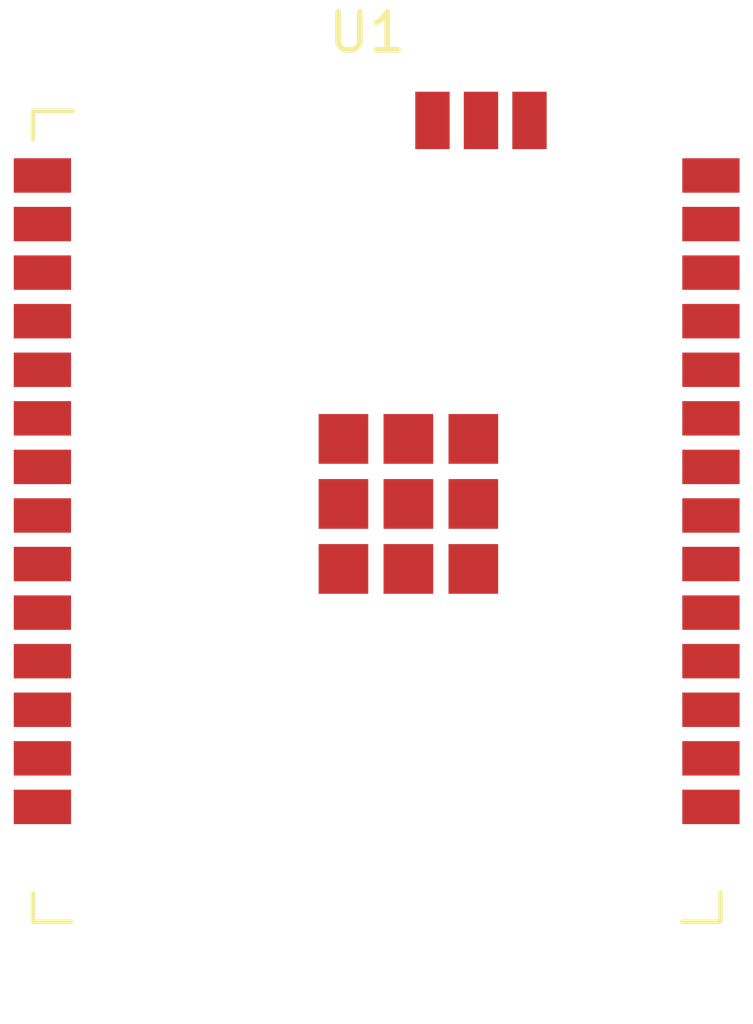
<source format=kicad_pcb>
(kicad_pcb (version 20241229) (generator "pcbnew") (generator_version "9.0")
  (layers (0 "F.Cu" signal) (2 "B.Cu" signal) (13 "F.Paste" user) (15 "B.Paste" user) (5 "F.SilkS" user "F.Silkscreen") (7 "B.SilkS" user "B.Silkscreen") (1 "F.Mask" user) (3 "B.Mask" user) (25 "Edge.Cuts" user))
  (net 0 "")
  (net 1 "Net-(U1-GND-Pad1)")
  (footprint "PCM_Espressif:ESP32-C5-WROOM-1U" (layer "F.Cu") (at 148.5 99.4)
    (property "Reference" "U1" (at 0 -12.65 0) (layer "F.SilkS"))
    (property "Value" "ESP32-C5-WROOM-1U")
    (fp_line (start -8.75 -10.6) (end -8.75 -9.85) (stroke (width 0.12)) (layer "F.SilkS"))
    (fp_line (start -8.75 9.85) (end -8.75 10.6) (stroke (width 0.12)) (layer "F.SilkS"))
    (fp_line (start -8.75 10.6) (end -7.75 10.6) (stroke (width 0.12)) (layer "F.SilkS"))
    (fp_line (start -7.7 -10.6) (end -8.75 -10.6) (stroke (width 0.12)) (layer "F.SilkS"))
    (fp_line (start 9.25 9.825) (end 9.25 10.6) (stroke (width 0.12)) (layer "F.SilkS"))
    (fp_line (start 9.25 10.6) (end 8.25 10.6) (stroke (width 0.12)) (layer "F.SilkS"))
    (pad "1" smd rect (at -8.5 -8.91) (size 1.5 0.9) (layers "F.Cu" "F.Mask" "F.Paste") (net 1 "Net-(U1-GND-Pad1)"))
    (pad "2" smd rect (at -8.5 -7.64) (size 1.5 0.9) (layers "F.Cu" "F.Mask" "F.Paste"))
    (pad "3" smd rect (at -8.5 -6.37) (size 1.5 0.9) (layers "F.Cu" "F.Mask" "F.Paste"))
    (pad "4" smd rect (at -8.5 -5.1) (size 1.5 0.9) (layers "F.Cu" "F.Mask" "F.Paste"))
    (pad "5" smd rect (at -8.5 -3.83) (size 1.5 0.9) (layers "F.Cu" "F.Mask" "F.Paste"))
    (pad "6" smd rect (at -8.5 -2.56) (size 1.5 0.9) (layers "F.Cu" "F.Mask" "F.Paste"))
    (pad "7" smd rect (at -8.5 -1.29) (size 1.5 0.9) (layers "F.Cu" "F.Mask" "F.Paste"))
    (pad "8" smd rect (at -8.5 -0.02) (size 1.5 0.9) (layers "F.Cu" "F.Mask" "F.Paste"))
    (pad "9" smd rect (at -8.5 1.25) (size 1.5 0.9) (layers "F.Cu" "F.Mask" "F.Paste"))
    (pad "10" smd rect (at -8.5 2.52) (size 1.5 0.9) (layers "F.Cu" "F.Mask" "F.Paste"))
    (pad "11" smd rect (at -8.5 3.79) (size 1.5 0.9) (layers "F.Cu" "F.Mask" "F.Paste"))
    (pad "12" smd rect (at -8.5 5.06) (size 1.5 0.9) (layers "F.Cu" "F.Mask" "F.Paste"))
    (pad "13" smd rect (at -8.5 6.33) (size 1.5 0.9) (layers "F.Cu" "F.Mask" "F.Paste"))
    (pad "14" smd rect (at -8.5 7.6) (size 1.5 0.9) (layers "F.Cu" "F.Mask" "F.Paste"))
    (pad "15" smd rect (at 9 7.6 180) (size 1.5 0.9) (layers "F.Cu" "F.Mask" "F.Paste"))
    (pad "16" smd rect (at 9 6.33 180) (size 1.5 0.9) (layers "F.Cu" "F.Mask" "F.Paste"))
    (pad "17" smd rect (at 9 5.06 180) (size 1.5 0.9) (layers "F.Cu" "F.Mask" "F.Paste"))
    (pad "18" smd rect (at 9 3.79 180) (size 1.5 0.9) (layers "F.Cu" "F.Mask" "F.Paste"))
    (pad "19" smd rect (at 9 2.52 180) (size 1.5 0.9) (layers "F.Cu" "F.Mask" "F.Paste"))
    (pad "20" smd rect (at 9 1.25 180) (size 1.5 0.9) (layers "F.Cu" "F.Mask" "F.Paste"))
    (pad "21" smd rect (at 9 -0.02 180) (size 1.5 0.9) (layers "F.Cu" "F.Mask" "F.Paste"))
    (pad "22" smd rect (at 9 -1.29 180) (size 1.5 0.9) (layers "F.Cu" "F.Mask" "F.Paste"))
    (pad "23" smd rect (at 9 -2.56 180) (size 1.5 0.9) (layers "F.Cu" "F.Mask" "F.Paste"))
    (pad "24" smd rect (at 9 -3.83 180) (size 1.5 0.9) (layers "F.Cu" "F.Mask" "F.Paste"))
    (pad "25" smd rect (at 9 -5.1 180) (size 1.5 0.9) (layers "F.Cu" "F.Mask" "F.Paste"))
    (pad "26" smd rect (at 9 -6.37 180) (size 1.5 0.9) (layers "F.Cu" "F.Mask" "F.Paste"))
    (pad "27" smd rect (at 9 -7.64 180) (size 1.5 0.9) (layers "F.Cu" "F.Mask" "F.Paste"))
    (pad "28" smd rect (at 9 -8.91 180) (size 1.5 0.9) (layers "F.Cu" "F.Mask" "F.Paste") (net 1 "Net-(U1-GND-Pad1)"))
    (pad "29" smd rect (at -0.6202 -2.022 180) (size 1.3 1.3) (layers "F.Cu" "F.Mask" "F.Paste") (net 1 "Net-(U1-GND-Pad1)"))
    (pad "29" smd rect (at -0.6202 -0.322 180) (size 1.3 1.3) (layers "F.Cu" "F.Mask" "F.Paste") (net 1 "Net-(U1-GND-Pad1)"))
    (pad "29" smd rect (at -0.6202 1.378 180) (size 1.3 1.3) (layers "F.Cu" "F.Mask" "F.Paste") (net 1 "Net-(U1-GND-Pad1)"))
    (pad "29" smd rect (at 1.0798 -2.022 180) (size 1.3 1.3) (layers "F.Cu" "F.Mask" "F.Paste") (net 1 "Net-(U1-GND-Pad1)"))
    (pad "29" smd rect (at 1.0798 -0.322 180) (size 1.3 1.3) (layers "F.Cu" "F.Mask" "F.Paste") (net 1 "Net-(U1-GND-Pad1)"))
    (pad "29" smd rect (at 1.0798 1.378 180) (size 1.3 1.3) (layers "F.Cu" "F.Mask" "F.Paste") (net 1 "Net-(U1-GND-Pad1)"))
    (pad "29" smd rect (at 2.7798 -2.022 180) (size 1.3 1.3) (layers "F.Cu" "F.Mask" "F.Paste") (net 1 "Net-(U1-GND-Pad1)"))
    (pad "29" smd rect (at 2.7798 -0.322 180) (size 1.3 1.3) (layers "F.Cu" "F.Mask" "F.Paste") (net 1 "Net-(U1-GND-Pad1)"))
    (pad "29" smd rect (at 2.7798 1.378 180) (size 1.3 1.3) (layers "F.Cu" "F.Mask" "F.Paste") (net 1 "Net-(U1-GND-Pad1)"))
    (pad "30" smd rect (at 4.25 -10.35 90) (size 1.5 0.9) (layers "F.Cu" "F.Mask" "F.Paste") (net 1 "Net-(U1-GND-Pad1)"))
    (pad "31" smd rect (at 2.98 -10.35 90) (size 1.5 0.9) (layers "F.Cu" "F.Mask" "F.Paste"))
    (pad "32" smd rect (at 1.71 -10.35 90) (size 1.5 0.9) (layers "F.Cu" "F.Mask" "F.Paste") (net 1 "Net-(U1-GND-Pad1)"))
  )
)
</source>
